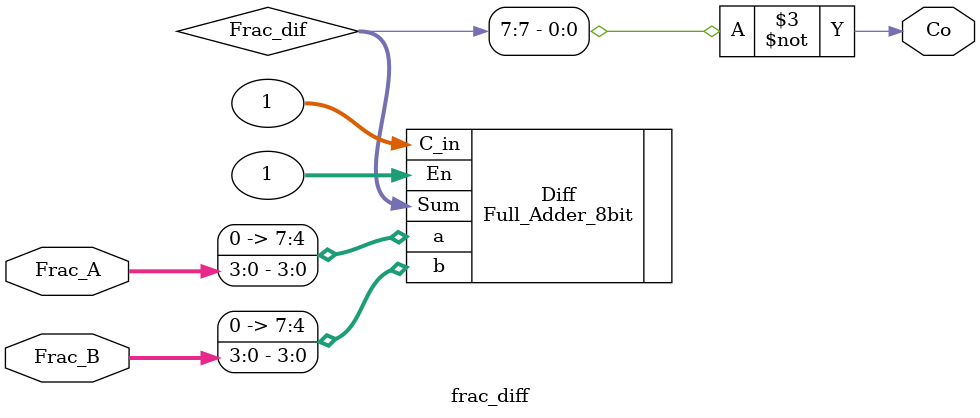
<source format=sv>
module frac_diff(
		input  logic [3:0] Frac_A, Frac_B, 
		output logic Co
);
wire logic [7:0] Frac_dif;

// We extend A and B to 8-bit
Full_Adder_8bit    Diff(.a({4'b0000, Frac_A}), .b({4'b0000, Frac_B}), .En(1), .C_in(1), .Sum(Frac_dif) );

assign Co = ~Frac_dif[7];

endmodule
	
</source>
